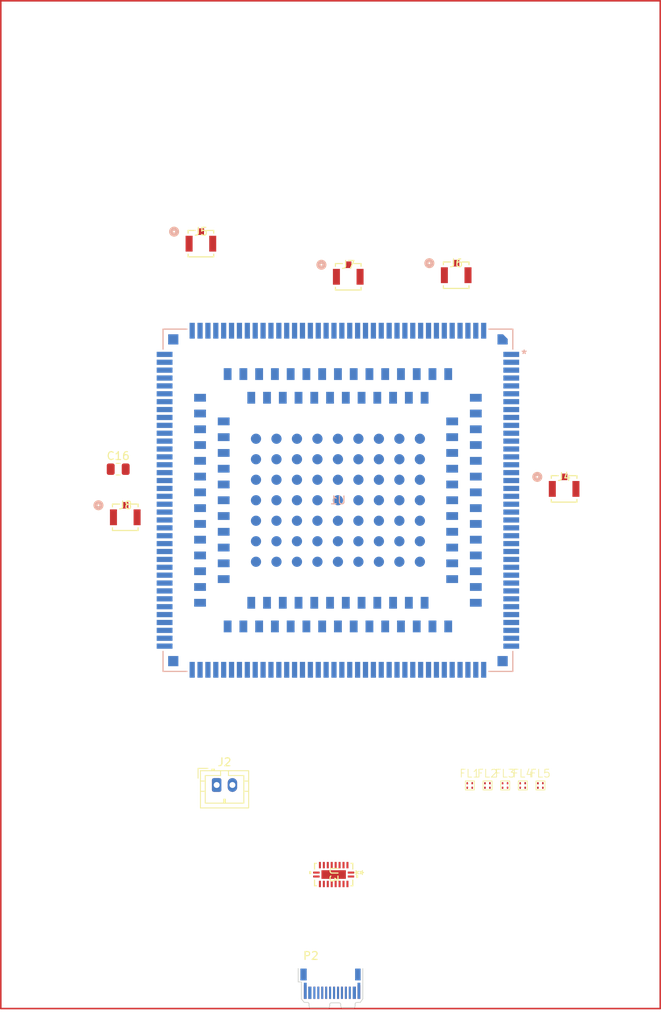
<source format=kicad_pcb>
(kicad_pcb (version 20221018) (generator pcbnew)
  (title_block (title "FusionX") (date "2023-08-17") (rev "1") (company "NoahGWood") (comment 1 "License: The Unlicense") (comment 2 "twitch.tv/u/noahgwood") (comment 3 "Developed Live On:") (comment 4 "SC600Y Based Smartphone"))
  (layers (0 "F.Cu" signal) (31 "B.Cu" signal) (34 "B.Paste" user) (35 "F.Paste" user) (36 "B.SilkS" user "B.Silkscreen") (37 "F.SilkS" user "F.Silkscreen") (38 "B.Mask" user) (39 "F.Mask" user) (44 "Edge.Cuts" user))
  (net 0 "")
  (net 1 "Net-(C11-Pad1)")
  (net 2 "Net-(C16-Pad2)")
  (net 3 "DSI1_LN3_P")
  (net 4 "Net-(J3-Pin_17)")
  (net 5 "DSI1_LN3_N")
  (net 6 "Net-(J3-Pin_18)")
  (net 7 "DSI1_LN2_P")
  (net 8 "Net-(J3-Pin_20)")
  (net 9 "DSI1_LN2_N")
  (net 10 "Net-(J3-Pin_21)")
  (net 11 "DSI1_LN1_P")
  (net 12 "Net-(J3-Pin_23)")
  (net 13 "DSI1_LN1_N")
  (net 14 "Net-(J3-Pin_24)")
  (net 15 "DSI1_LN0_P")
  (net 16 "Net-(J3-Pin_26)")
  (net 17 "DSI1_LN0_N")
  (net 18 "Net-(J3-Pin_27)")
  (net 19 "DSI1_CLK_P")
  (net 20 "Net-(J3-Pin_29)")
  (net 21 "DSI1_CLK_N")
  (net 22 "Net-(J3-Pin_30)")
  (net 23 "Net-(D1-A)")
  (net 24 "-BATT")
  (net 25 "Net-(C6-Pad1)")
  (net 26 "Net-(C9-Pad1)")
  (net 27 "Net-(C13-Pad1)")
  (net 28 "Net-(C15-Pad1)")
  (net 29 "Net-(P2-TX1+)")
  (net 30 "Net-(P2-TX1-)")
  (net 31 "VBUS")
  (net 32 "USB_CC1")
  (net 33 "USB_DP")
  (net 34 "USB_DM")
  (net 36 "Net-(P2-RX2-)")
  (net 37 "Net-(P2-RX2+)")
  (net 38 "Net-(P2-TX2+)")
  (net 39 "Net-(P2-TX2-)")
  (net 40 "USB_CC2")
  (net 42 "Net-(P2-RX1-)")
  (net 43 "Net-(P2-RX1+)")
  (net 50 "LDO5_1P8")
  (net 51 "LDO6_1P8")
  (net 52 "LDO10_2P8")
  (net 53 "LDO17_2P85")
  (net 54 "LDO2_1P1")
  (net 55 "LDO22_2P8")
  (net 56 "LDO23_1P2")
  (net 57 "VRTC")
  (net 59 "ANT_MAIN")
  (net 66 "VBAT")
  (net 67 "BAT_THERM")
  (net 68 "USB_ID")
  (net 138 "DSI0_CLK_P")
  (net 139 "DSI0_CLK_N")
  (net 140 "DSI0_LN0_P")
  (net 141 "DSI0_LN0_N")
  (net 142 "DSI0_LN1_P")
  (net 143 "DSI0_LN1_N")
  (net 144 "DSI0_LN2_P")
  (net 145 "DSI0_LN2_N")
  (net 146 "DSI0_LN3_P")
  (net 147 "DSI0_LN3_N")
  (net 150 "ANT_WIFI")
  (net 153 "ANT_GNSS")
  (net 158 "TPO_I2C_SCL")
  (net 166 "ANT_DRX")
  (net 173 "TPO_I2C_SDA")
  (net 187 "USB_SS_RX_P")
  (net 188 "USB_SS_RX_M")
  (net 189 "USB_SS_TX_P")
  (net 190 "USB_SS_TX_M")
  (net 204 "USB_SS_ON")
  (net 205 "USB_OTG_ON")
  (net 209 "USB_SS_SEL")
  (net 240 "ANT_FM")
  (net 247 "USB_OPT")
  (net 260 "+3.3V")
  (net 261 "Net-(Q1-C)")
  (footprint "Connector_USB:USB_C_Plug_JAE_DX07P024AJ1" (layer "F.Cu") (at 121.15 151.0525)
    (fp_text reference "P2" (at -2.6925 -3.54) (layer "F.SilkS"))
    (fp_text value "USB_C_Plug")
    (fp_line (start -4.3 -1.93) (end -4.3 -0.2275) (stroke (width 0.1)) (layer "Edge.Cuts"))
    (fp_line (start -4.3 -0.2275) (end -3.9 -0.2275) (stroke (width 0.1)) (layer "Edge.Cuts"))
    (fp_line (start -3.9 1.9225) (end -3.9 -0.2275) (stroke (width 0.1)) (layer "Edge.Cuts"))
    (fp_line (start -3.53 2.3725) (end -3.9 1.9225) (stroke (width 0.1)) (layer "Edge.Cuts"))
    (fp_line (start -3.125 2.3725) (end -3.53 2.3725) (stroke (width 0.1)) (layer "Edge.Cuts"))
    (fp_line (start -2.925 2.8225) (end -2.925 2.5725) (stroke (width 0.1)) (layer "Edge.Cuts"))
    (fp_line (start -0.5 3.0225) (end -2.725 3.0225) (stroke (width 0.1)) (layer "Edge.Cuts"))
    (fp_line (start -0.3 2.6225) (end -0.3 2.8225) (stroke (width 0.1)) (layer "Edge.Cuts"))
    (fp_line (start -0.1 2.4225) (end 0.9 2.4225) (stroke (width 0.1)) (layer "Edge.Cuts"))
    (fp_line (start 1.1 2.8225) (end 1.1 2.6225) (stroke (width 0.1)) (layer "Edge.Cuts"))
    (fp_line (start 1.3 3.0225) (end 2.725 3.0225) (stroke (width 0.1)) (layer "Edge.Cuts"))
    (fp_line (start 2.925 2.8225) (end 2.925 2.5725) (stroke (width 0.1)) (layer "Edge.Cuts"))
    (fp_line (start 3.125 2.3725) (end 3.575 2.3725) (stroke (width 0.1)) (layer "Edge.Cuts"))
    (fp_line (start 3.575 2.3725) (end 3.9 1.9225) (stroke (width 0.1)) (layer "Edge.Cuts"))
    (fp_line (start 3.9 1.9225) (end 3.9 -1.9175) (stroke (width 0.1)) (layer "Edge.Cuts"))
    (fp_arc (start -3.125 2.3725) (mid -2.983579 2.431079) (end -2.925 2.5725) (stroke (width 0.1)) (layer "Edge.Cuts"))
    (fp_arc (start -2.725 3.0225) (mid -2.866421 2.963921) (end -2.925 2.8225) (stroke (width 0.1)) (layer "Edge.Cuts"))
    (fp_arc (start -0.3 2.6225) (mid -0.241421 2.481079) (end -0.1 2.4225) (stroke (width 0.1)) (layer "Edge.Cuts"))
    (fp_arc (start -0.3 2.8225) (mid -0.358579 2.963921) (end -0.5 3.0225) (stroke (width 0.1)) (layer "Edge.Cuts"))
    (fp_arc (start 0.9 2.4225) (mid 1.041421 2.481079) (end 1.1 2.6225) (stroke (width 0.1)) (layer "Edge.Cuts"))
    (fp_arc (start 1.3 3.0225) (mid 1.158579 2.963921) (end 1.1 2.8225) (stroke (width 0.1)) (layer "Edge.Cuts"))
    (fp_arc (start 2.925 2.5725) (mid 2.983579 2.431079) (end 3.125 2.3725) (stroke (width 0.1)) (layer "Edge.Cuts"))
    (fp_arc (start 2.925 2.8225) (mid 2.866421 2.963921) (end 2.725 3.0225) (stroke (width 0.1)) (layer "Edge.Cuts"))
    (pad "" smd rect (at -3.405 1.0475) (size 0.36 1.75) (layers "F.Cu" "F.Mask"))
    (pad "" smd rect (at 3.405 1.0475) (size 0.36 1.75) (layers "F.Cu" "F.Mask"))
    (pad "A1" smd rect (at 2.825 1.1475) (size 0.41 1.55) (layers "F.Cu" "F.Paste" "F.Mask") (net 24 "-BATT"))
    (pad "A2" smd rect (at 2.25 1.1475) (size 0.26 1.55) (layers "F.Cu" "F.Paste" "F.Mask") (net 29 "Net-(P2-TX1+)"))
    (pad "A3" smd rect (at 1.75 1.1475) (size 0.26 1.55) (layers "F.Cu" "F.Paste" "F.Mask") (net 30 "Net-(P2-TX1-)"))
    (pad "A4" smd rect (at 1.25 1.1475) (size 0.26 1.55) (layers "F.Cu" "F.Paste" "F.Mask") (net 31 "VBUS"))
    (pad "A5" smd rect (at 0.75 1.1475) (size 0.26 1.55) (layers "F.Cu" "F.Paste" "F.Mask") (net 32 "USB_CC1"))
    (pad "A6" smd rect (at 0.25 1.1475 180) (size 0.26 1.55) (layers "F.Cu" "F.Paste" "F.Mask") (net 33 "USB_DP"))
    (pad "A7" smd rect (at -0.25 1.1475 180) (size 0.26 1.55) (layers "F.Cu" "F.Paste" "F.Mask") (net 34 "USB_DM"))
    (pad "A8" smd rect (at -0.75 1.1475) (size 0.26 1.55) (layers "F.Cu" "F.Paste" "F.Mask"))
    (pad "A9" smd rect (at -1.25 1.1475) (size 0.26 1.55) (layers "F.Cu" "F.Paste" "F.Mask") (net 31 "VBUS"))
    (pad "A10" smd rect (at -1.75 1.1475) (size 0.26 1.55) (layers "F.Cu" "F.Paste" "F.Mask") (net 36 "Net-(P2-RX2-)"))
    (pad "A11" smd rect (at -2.25 1.1475) (size 0.26 1.55) (layers "F.Cu" "F.Paste" "F.Mask") (net 37 "Net-(P2-RX2+)"))
    (pad "A12" smd rect (at -2.825 1.1475) (size 0.41 1.55) (layers "F.Cu" "F.Paste" "F.Mask") (net 24 "-BATT"))
    (pad "B1" smd rect (at -2.825 1.1475) (size 0.41 1.55) (layers "B.Cu" "B.Paste" "B.Mask") (net 24 "-BATT"))
    (pad "B2" smd rect (at -2.25 1.1475) (size 0.26 1.55) (layers "B.Cu" "B.Paste" "B.Mask") (net 38 "Net-(P2-TX2+)"))
    (pad "B3" smd rect (at -1.75 1.1475) (size 0.26 1.55) (layers "B.Cu" "B.Paste" "B.Mask") (net 39 "Net-(P2-TX2-)"))
    (pad "B4" smd rect (at -1.25 1.1475) (size 0.26 1.55) (layers "B.Cu" "B.Paste" "B.Mask") (net 31 "VBUS"))
    (pad "B5" smd rect (at -0.75 1.1475) (size 0.26 1.55) (layers "B.Cu" "B.Paste" "B.Mask") (net 40 "USB_CC2"))
    (pad "B6" smd rect (at -0.25 1.1475 180) (size 0.26 1.55) (layers "B.Cu" "B.Paste" "B.Mask"))
    (pad "B7" smd rect (at 0.25 1.1475) (size 0.26 1.55) (layers "B.Cu" "B.Paste" "B.Mask"))
    (pad "B8" smd rect (at 0.75 1.1475) (size 0.26 1.55) (layers "B.Cu" "B.Paste" "B.Mask"))
    (pad "B9" smd rect (at 1.25 1.1475) (size 0.26 1.55) (layers "B.Cu" "B.Paste" "B.Mask") (net 31 "VBUS"))
    (pad "B10" smd rect (at 1.75 1.1475) (size 0.26 1.55) (layers "B.Cu" "B.Paste" "B.Mask") (net 42 "Net-(P2-RX1-)"))
    (pad "B11" smd rect (at 2.25 1.1475) (size 0.26 1.55) (layers "B.Cu" "B.Paste" "B.Mask") (net 43 "Net-(P2-RX1+)"))
    (pad "B12" smd rect (at 2.825 1.1475) (size 0.41 1.55) (layers "B.Cu" "B.Paste" "B.Mask") (net 24 "-BATT"))
    (pad "S1" smd rect (at -3.625 -1.1725) (size 0.8 1.5) (layers "B.Cu" "B.Paste" "B.Mask") (net 24 "-BATT"))
    (pad "S1" smd rect (at -3.405 0.8975) (size 0.36 2.05) (layers "B.Cu" "B.Paste" "B.Mask") (net 24 "-BATT"))
    (pad "S1" smd rect (at 3.27 -1.1725 180) (size 0.7 1.5) (layers "B.Cu" "B.Paste" "B.Mask") (net 24 "-BATT"))
    (pad "S1" smd rect (at 3.405 0.8975) (size 0.36 2.05) (layers "B.Cu" "B.Paste" "B.Mask") (net 24 "-BATT"))
  )
  (footprint "Phone:CONN_U.FL-R-SMT-110_HIR" (layer "F.Cu") (at 150.6 88.299399)
    (fp_text reference "J4" (at 0 -1.5244 unlocked) (layer "F.SilkS"))
    (fp_text value "Main")
    (pad "1" smd rect (at 0 -1.5244) (size 0.8128 0.8382) (layers "F.Cu" "F.Paste" "F.Mask") (net 25 "Net-(C6-Pad1)"))
    (pad "2" smd rect (at -1.5 0.000601) (size 0.889 2.0066) (layers "F.Cu" "F.Paste" "F.Mask"))
    (pad "3" smd rect (at 1.5 0.000601) (size 0.889 2.0066) (layers "F.Cu" "F.Paste" "F.Mask"))
  )
  (footprint "Phone:DLP0SN900HL2L" (layer "F.Cu") (at 138.62 125.89)
    (fp_text reference "FL1" (at 0 -1.5 unlocked) (layer "F.SilkS") (effects (font (thickness 0.1))))
    (fp_text value "C167454")
    (pad "1" smd rect (at -0.31 -0.26) (size 0.2 0.27) (layers "F.Cu" "F.Paste" "F.Mask") (net 3 "DSI1_LN3_P"))
    (pad "2" smd rect (at 0.32 -0.27) (size 0.2 0.27) (layers "F.Cu" "F.Paste" "F.Mask") (net 4 "Net-(J3-Pin_17)"))
    (pad "3" smd rect (at 0.32 0.31) (size 0.2 0.27) (layers "F.Cu" "F.Paste" "F.Mask") (net 5 "DSI1_LN3_N"))
    (pad "4" smd rect (at -0.31 0.31) (size 0.2 0.27) (layers "F.Cu" "F.Paste" "F.Mask") (net 6 "Net-(J3-Pin_18)"))
  )
  (footprint "Phone:CONN_U.FL-R-SMT-110_HIR" (layer "F.Cu") (at 94.9 91.9)
    (fp_text reference "J8" (at 0 -1.5244 unlocked) (layer "F.SilkS"))
    (fp_text value "GPS")
    (pad "1" smd rect (at 0 -1.5244) (size 0.8128 0.8382) (layers "F.Cu" "F.Paste" "F.Mask") (net 2 "Net-(C16-Pad2)"))
    (pad "2" smd rect (at -1.5 0.000601) (size 0.889 2.0066) (layers "F.Cu" "F.Paste" "F.Mask"))
    (pad "3" smd rect (at 1.5 0.000601) (size 0.889 2.0066) (layers "F.Cu" "F.Paste" "F.Mask"))
  )
  (footprint "Connector_JST:JST_PH_B2B-PH-K_1x02_P2.00mm_Vertical" (layer "F.Cu") (at 106.5 125.85)
    (fp_text reference "J2" (at 1 -2.9) (layer "F.SilkS"))
    (fp_text value "BAT")
    (pad "1" thru_hole roundrect (at 0 0) (size 1.2 1.75) (drill 0.75) (layers "*.Cu" "*.Mask") (roundrect_rratio 0.208333) (net 23 "Net-(D1-A)"))
    (pad "2" thru_hole oval (at 2 0) (size 1.2 1.75) (drill 0.75) (layers "*.Cu" "*.Mask") (net 24 "-BATT"))
  )
  (footprint "Phone:20TQFN-ZB_PI3USB302-A_DIO" (layer "F.Cu") (at 121.35 137.2062 -90)
    (fp_text reference "U3" (at 0 0 -90 unlocked) (layer "F.SilkS"))
    (fp_text value "PI3USB302-AZBEX")
    (fp_text user "*" (at -0.25 -3.2385 -90 unlocked) (layer "F.SilkS"))
    (fp_text user "*" (at -0.25 -3.2385 90) (layer "F.SilkS"))
    (pad "1" smd rect (at -0.25 -2.1971 270) (size 0.254 0.8128) (layers "F.Cu" "F.Paste" "F.Mask") (net 260 "+3.3V"))
    (pad "2" smd rect (at -1.1938 -1.749999) (size 0.254 0.8128) (layers "F.Cu" "F.Paste" "F.Mask") (net 261 "Net-(Q1-C)"))
    (pad "3" smd rect (at -1.1938 -1.25) (size 0.254 0.8128) (layers "F.Cu" "F.Paste" "F.Mask") (net 189 "USB_SS_TX_P"))
    (pad "4" smd rect (at -1.1938 -0.750001) (size 0.254 0.8128) (layers "F.Cu" "F.Paste" "F.Mask") (net 190 "USB_SS_TX_M"))
    (pad "5" smd rect (at -1.1938 -0.25) (size 0.254 0.8128) (layers "F.Cu" "F.Paste" "F.Mask") (net 24 "-BATT"))
    (pad "6" smd rect (at -1.1938 0.25) (size 0.254 0.8128) (layers "F.Cu" "F.Paste" "F.Mask") (net 260 "+3.3V"))
    (pad "7" smd rect (at -1.1938 0.750001) (size 0.254 0.8128) (layers "F.Cu" "F.Paste" "F.Mask") (net 187 "USB_SS_RX_P"))
    (pad "8" smd rect (at -1.1938 1.25) (size 0.254 0.8128) (layers "F.Cu" "F.Paste" "F.Mask") (net 188 "USB_SS_RX_M"))
    (pad "9" smd rect (at -1.1938 1.749999) (size 0.254 0.8128) (layers "F.Cu" "F.Paste" "F.Mask") (net 209 "USB_SS_SEL"))
    (pad "10" smd rect (at -0.25 2.1971 270) (size 0.254 0.8128) (layers "F.Cu" "F.Paste" "F.Mask") (net 260 "+3.3V"))
    (pad "11" smd rect (at 0.25 2.1971 270) (size 0.254 0.8128) (layers "F.Cu" "F.Paste" "F.Mask") (net 24 "-BATT"))
    (pad "12" smd rect (at 1.1938 1.749999) (size 0.254 0.8128) (layers "F.Cu" "F.Paste" "F.Mask") (net 36 "Net-(P2-RX2-)"))
    (pad "13" smd rect (at 1.1938 1.25) (size 0.254 0.8128) (layers "F.Cu" "F.Paste" "F.Mask") (net 37 "Net-(P2-RX2+)"))
    (pad "14" smd rect (at 1.1938 0.750001) (size 0.254 0.8128) (layers "F.Cu" "F.Paste" "F.Mask") (net 39 "Net-(P2-TX2-)"))
    (pad "15" smd rect (at 1.1938 0.25) (size 0.254 0.8128) (layers "F.Cu" "F.Paste" "F.Mask") (net 38 "Net-(P2-TX2+)"))
    (pad "16" smd rect (at 1.1938 -0.25) (size 0.254 0.8128) (layers "F.Cu" "F.Paste" "F.Mask") (net 42 "Net-(P2-RX1-)"))
    (pad "17" smd rect (at 1.1938 -0.750001) (size 0.254 0.8128) (layers "F.Cu" "F.Paste" "F.Mask") (net 43 "Net-(P2-RX1+)"))
    (pad "18" smd rect (at 1.1938 -1.25) (size 0.254 0.8128) (layers "F.Cu" "F.Paste" "F.Mask") (net 30 "Net-(P2-TX1-)"))
    (pad "19" smd rect (at 1.1938 -1.749999) (size 0.254 0.8128) (layers "F.Cu" "F.Paste" "F.Mask") (net 29 "Net-(P2-TX1+)"))
    (pad "20" smd rect (at 0.25 -2.1971 270) (size 0.254 0.8128) (layers "F.Cu" "F.Paste" "F.Mask") (net 24 "-BATT"))
    (pad "21" smd rect (at 0 0 270) (size 1.0922 3.0988) (layers "F.Cu" "F.Paste" "F.Mask") (net 24 "-BATT"))
  )
  (footprint "Phone:DLP0SN900HL2L" (layer "F.Cu") (at 143.1 125.89)
    (fp_text reference "FL3" (at 0 -1.5 unlocked) (layer "F.SilkS") (effects (font (thickness 0.1))))
    (fp_text value "C167454")
    (pad "1" smd rect (at -0.31 -0.26) (size 0.2 0.27) (layers "F.Cu" "F.Paste" "F.Mask") (net 11 "DSI1_LN1_P"))
    (pad "2" smd rect (at 0.32 -0.27) (size 0.2 0.27) (layers "F.Cu" "F.Paste" "F.Mask") (net 12 "Net-(J3-Pin_23)"))
    (pad "3" smd rect (at 0.32 0.31) (size 0.2 0.27) (layers "F.Cu" "F.Paste" "F.Mask") (net 13 "DSI1_LN1_N"))
    (pad "4" smd rect (at -0.31 0.31) (size 0.2 0.27) (layers "F.Cu" "F.Paste" "F.Mask") (net 14 "Net-(J3-Pin_24)"))
  )
  (footprint "Phone:DLP0SN900HL2L" (layer "F.Cu") (at 147.58 125.89)
    (fp_text reference "FL5" (at 0 -1.5 unlocked) (layer "F.SilkS") (effects (font (thickness 0.1))))
    (fp_text value "C167454")
    (pad "1" smd rect (at -0.31 -0.26) (size 0.2 0.27) (layers "F.Cu" "F.Paste" "F.Mask") (net 19 "DSI1_CLK_P"))
    (pad "2" smd rect (at 0.32 -0.27) (size 0.2 0.27) (layers "F.Cu" "F.Paste" "F.Mask") (net 20 "Net-(J3-Pin_29)"))
    (pad "3" smd rect (at 0.32 0.31) (size 0.2 0.27) (layers "F.Cu" "F.Paste" "F.Mask") (net 21 "DSI1_CLK_N"))
    (pad "4" smd rect (at -0.31 0.31) (size 0.2 0.27) (layers "F.Cu" "F.Paste" "F.Mask") (net 22 "Net-(J3-Pin_30)"))
  )
  (footprint "Capacitor_SMD:C_0805_2012Metric" (layer "F.Cu") (at 94 85.8)
    (fp_text reference "C16" (at 0 -1.68) (layer "F.SilkS"))
    (fp_text value "100pF")
    (pad "1" smd roundrect (at -0.95 0) (size 1 1.45) (layers "F.Cu" "F.Paste" "F.Mask") (net 1 "Net-(C11-Pad1)"))
    (pad "2" smd roundrect (at 0.95 0) (size 1 1.45) (layers "F.Cu" "F.Paste" "F.Mask") (net 2 "Net-(C16-Pad2)"))
  )
  (footprint "Phone:DLP0SN900HL2L" (layer "F.Cu") (at 145.34 125.89)
    (fp_text reference "FL4" (at 0 -1.5 unlocked) (layer "F.SilkS") (effects (font (thickness 0.1))))
    (fp_text value "C167454")
    (pad "1" smd rect (at -0.31 -0.26) (size 0.2 0.27) (layers "F.Cu" "F.Paste" "F.Mask") (net 15 "DSI1_LN0_P"))
    (pad "2" smd rect (at 0.32 -0.27) (size 0.2 0.27) (layers "F.Cu" "F.Paste" "F.Mask") (net 16 "Net-(J3-Pin_26)"))
    (pad "3" smd rect (at 0.32 0.31) (size 0.2 0.27) (layers "F.Cu" "F.Paste" "F.Mask") (net 17 "DSI1_LN0_N"))
    (pad "4" smd rect (at -0.31 0.31) (size 0.2 0.27) (layers "F.Cu" "F.Paste" "F.Mask") (net 18 "Net-(J3-Pin_27)"))
  )
  (footprint "Phone:CONN_U.FL-R-SMT-110_HIR" (layer "F.Cu") (at 123.2 61.399399)
    (fp_text reference "J7" (at 0 -1.5244 unlocked) (layer "F.SilkS"))
    (fp_text value "FM")
    (pad "1" smd rect (at 0 -1.5244) (size 0.8128 0.8382) (layers "F.Cu" "F.Paste" "F.Mask") (net 28 "Net-(C15-Pad1)"))
    (pad "2" smd rect (at -1.5 0.000601) (size 0.889 2.0066) (layers "F.Cu" "F.Paste" "F.Mask"))
    (pad "3" smd rect (at 1.5 0.000601) (size 0.889 2.0066) (layers "F.Cu" "F.Paste" "F.Mask"))
  )
  (footprint "Phone:CONN_U.FL-R-SMT-110_HIR" (layer "F.Cu") (at 136.9 61.199399)
    (fp_text reference "J6" (at 0 -1.5244 unlocked) (layer "F.SilkS"))
    (fp_text value "WIFI")
    (pad "1" smd rect (at 0 -1.5244) (size 0.8128 0.8382) (layers "F.Cu" "F.Paste" "F.Mask") (net 27 "Net-(C13-Pad1)"))
    (pad "2" smd rect (at -1.5 0.000601) (size 0.889 2.0066) (layers "F.Cu" "F.Paste" "F.Mask"))
    (pad "3" smd rect (at 1.5 0.000601) (size 0.889 2.0066) (layers "F.Cu" "F.Paste" "F.Mask"))
  )
  (footprint "Phone:DLP0SN900HL2L" (layer "F.Cu") (at 140.86 125.89)
    (fp_text reference "FL2" (at 0 -1.5 unlocked) (layer "F.SilkS") (effects (font (thickness 0.1))))
    (fp_text value "C167454")
    (pad "1" smd rect (at -0.31 -0.26) (size 0.2 0.27) (layers "F.Cu" "F.Paste" "F.Mask") (net 7 "DSI1_LN2_P"))
    (pad "2" smd rect (at 0.32 -0.27) (size 0.2 0.27) (layers "F.Cu" "F.Paste" "F.Mask") (net 8 "Net-(J3-Pin_20)"))
    (pad "3" smd rect (at 0.32 0.31) (size 0.2 0.27) (layers "F.Cu" "F.Paste" "F.Mask") (net 9 "DSI1_LN2_N"))
    (pad "4" smd rect (at -0.31 0.31) (size 0.2 0.27) (layers "F.Cu" "F.Paste" "F.Mask") (net 10 "Net-(J3-Pin_21)"))
  )
  (footprint "Phone:CONN_U.FL-R-SMT-110_HIR" (layer "F.Cu") (at 104.5 57.199399)
    (fp_text reference "J5" (at 0 -1.5244 unlocked) (layer "F.SilkS"))
    (fp_text value "DRX")
    (pad "1" smd rect (at 0 -1.5244) (size 0.8128 0.8382) (layers "F.Cu" "F.Paste" "F.Mask") (net 26 "Net-(C9-Pad1)"))
    (pad "2" smd rect (at -1.5 0.000601) (size 0.889 2.0066) (layers "F.Cu" "F.Paste" "F.Mask"))
    (pad "3" smd rect (at 1.5 0.000601) (size 0.889 2.0066) (layers "F.Cu" "F.Paste" "F.Mask"))
  )
  (footprint "Phone:SC600Y-SC600T_QWS" (layer "B.Cu") (at 121.890497 89.739435 180)
    (fp_text reference "U1" (at 0 0 unlocked) (layer "B.SilkS") (effects (justify mirror)))
    (fp_text value "SC600YNAPA-E53-UGADA")
    (fp_text user "*" (at -23.638294 18.500001) (layer "B.SilkS") (effects (justify mirror)))
    (fp_text user "*" (at -23.638294 18.500001 unlocked) (layer "B.SilkS") (effects (justify mirror)))
    (fp_poly (pts (xy -20.252436 21.04771) (xy -20.252436 19.75231) (xy -21.547836 19.75231) (xy -21.547836 20.45231) (xy -20.952436 21.04771)) (fill solid) (layer "B.Cu"))
    (pad "1" smd rect (at -21.999994 18.500001 180) (size 2.0066 0.6604) (layers "B.Cu" "B.Paste" "B.Mask"))
    (pad "2" smd rect (at -21.999994 17.500001 180) (size 2.0066 0.6604) (layers "B.Cu" "B.Paste" "B.Mask"))
    (pad "3" smd rect (at -21.999994 16.5 180) (size 2.0066 0.6604) (layers "B.Cu" "B.Paste" "B.Mask") (net 24 "-BATT"))
    (pad "4" smd rect (at -21.999994 15.499999 180) (size 2.0066 0.6604) (layers "B.Cu" "B.Paste" "B.Mask") (net 24 "-BATT"))
    (pad "5" smd rect (at -21.999994 14.499999 180) (size 2.0066 0.6604) (layers "B.Cu" "B.Paste" "B.Mask"))
    (pad "6" smd rect (at -21.999994 13.500001 180) (size 2.0066 0.6604) (layers "B.Cu" "B.Paste" "B.Mask"))
    (pad "7" smd rect (at -21.999994 12.5 180) (size 2.0066 0.6604) (layers "B.Cu" "B.Paste" "B.Mask"))
    (pad "8" smd rect (at -21.999994 11.5 180) (size 2.0066 0.6604) (layers "B.Cu" "B.Paste" "B.Mask"))
    (pad "9" smd rect (at -21.999994 10.499999 180) (size 2.0066 0.6604) (layers "B.Cu" "B.Paste" "B.Mask") (net 50 "LDO5_1P8"))
    (pad "10" smd rect (at -21.999994 9.499999 180) (size 2.0066 0.6604) (layers "B.Cu" "B.Paste" "B.Mask") (net 51 "LDO6_1P8"))
    (pad "11" smd rect (at -21.999994 8.500001 180) (size 2.0066 0.6604) (layers "B.Cu" "B.Paste" "B.Mask") (net 52 "LDO10_2P8"))
    (pad "12" smd rect (at -21.999994 7.5 180) (size 2.0066 0.6604) (layers "B.Cu" "B.Paste" "B.Mask") (net 53 "LDO17_2P85"))
    (pad "13" smd rect (at -21.999994 6.5 180) (size 2.0066 0.6604) (layers "B.Cu" "B.Paste" "B.Mask") (net 54 "LDO2_1P1"))
    (pad "14" smd rect (at -21.999994 5.499999 180) (size 2.0066 0.6604) (layers "B.Cu" "B.Paste" "B.Mask") (net 55 "LDO22_2P8"))
    (pad "15" smd rect (at -21.999994 4.500001 180) (size 2.0066 0.6604) (layers "B.Cu" "B.Paste" "B.Mask") (net 56 "LDO23_1P2"))
    (pad "16" smd rect (at -21.999994 3.500001 180) (size 2.0066 0.6604) (layers "B.Cu" "B.Paste" "B.Mask") (net 57 "VRTC"))
    (pad "17" smd rect (at -21.999994 2.5 180) (size 2.0066 0.6604) (layers "B.Cu" "B.Paste" "B.Mask"))
    (pad "18" smd rect (at -21.999994 1.5 180) (size 2.0066 0.6604) (layers "B.Cu" "B.Paste" "B.Mask") (net 24 "-BATT"))
    (pad "19" smd rect (at -21.999994 0.499999 180) (size 2.0066 0.6604) (layers "B.Cu" "B.Paste" "B.Mask") (net 59 "ANT_MAIN"))
    (pad "20" smd rect (at -21.999994 -0.499999 180) (size 2.0066 0.6604) (layers "B.Cu" "B.Paste" "B.Mask") (net 24 "-BATT"))
    (pad "21" smd rect (at -21.999994 -1.5 180) (size 2.0066 0.6604) (layers "B.Cu" "B.Paste" "B.Mask"))
    (pad "22" smd rect (at -21.999994 -2.5 180) (size 2.0066 0.6604) (layers "B.Cu" "B.Paste" "B.Mask"))
    (pad "23" smd rect (at -21.999994 -3.500001 180) (size 2.0066 0.6604) (layers "B.Cu" "B.Paste" "B.Mask"))
    (pad "24" smd rect (at -21.999994 -4.500001 180) (size 2.0066 0.6604) (layers "B.Cu" "B.Paste" "B.Mask"))
    (pad "25" smd rect (at -21.999994 -5.499999 180) (size 2.0066 0.6604) (layers "B.Cu" "B.Paste" "B.Mask"))
    (pad "26" smd rect (at -21.999994 -6.5 180) (size 2.0066 0.6604) (layers "B.Cu" "B.Paste" "B.Mask"))
    (pad "27" smd rect (at -21.999994 -7.5 180) (size 2.0066 0.6604) (layers "B.Cu" "B.Paste" "B.Mask") (net 66 "VBAT"))
    (pad "28" smd rect (at -21.999994 -8.500001 180) (size 2.0066 0.6604) (layers "B.Cu" "B.Paste" "B.Mask") (net 24 "-BATT"))
    (pad "29" smd rect (at -21.999994 -9.500001 180) (size 2.0066 0.6604) (layers "B.Cu" "B.Paste" "B.Mask") (net 67 "BAT_THERM"))
    (pad "30" smd rect (at -21.999994 -10.499999 180) (size 2.0066 0.6604) (layers "B.Cu" "B.Paste" "B.Mask") (net 68 "USB_ID"))
    (pad "31" smd rect (at -21.999994 -11.5 180) (size 2.0066 0.6604) (layers "B.Cu" "B.Paste" "B.Mask") (net 24 "-BATT"))
    (pad "32" smd rect (at -21.999994 -12.5 180) (size 2.0066 0.6604) (layers "B.Cu" "B.Paste" "B.Mask") (net 33 "USB_DP"))
    (pad "33" smd rect (at -21.999994 -13.500001 180) (size 2.0066 0.6604) (layers "B.Cu" "B.Paste" "B.Mask") (net 34 "USB_DM"))
    (pad "34" smd rect (at -21.999994 -14.499999 180) (size 2.0066 0.6604) (layers "B.Cu" "B.Paste" "B.Mask") (net 24 "-BATT"))
    (pad "35" smd rect (at -21.999994 -15.499999 180) (size 2.0066 0.6604) (layers "B.Cu" "B.Paste" "B.Mask") (net 24 "-BATT"))
    (pad "36" smd rect (at -21.999994 -16.5 180) (size 2.0066 0.6604) (layers "B.Cu" "B.Paste" "B.Mask") (net 66 "VBAT"))
    (pad "37" smd rect (at -21.999994 -17.500001 180) (size 2.0066 0.6604) (layers "B.Cu" "B.Paste" "B.Mask") (net 66 "VBAT"))
    (pad "38" smd rect (at -21.999994 -18.500001 180) (size 2.0066 0.6604) (layers "B.Cu" "B.Paste" "B.Mask") (net 66 "VBAT"))
    (pad "39" smd rect (at -18.500001 -21.499995 90) (size 2.0066 0.6604) (layers "B.Cu" "B.Paste" "B.Mask"))
    (pad "40" smd rect (at -17.500001 -21.499995 90) (size 2.0066 0.6604) (layers "B.Cu" "B.Paste" "B.Mask") (net 24 "-BATT"))
    (pad "41" smd rect (at -16.5 -21.499995 90) (size 2.0066 0.6604) (layers "B.Cu" "B.Paste" "B.Mask"))
    (pad "42" smd rect (at -15.500002 -21.499995 90) (size 2.0066 0.6604) (layers "B.Cu" "B.Paste" "B.Mask"))
    (pad "43" smd rect (at -14.500001 -21.499995 90) (size 2.0066 0.6604) (layers "B.Cu" "B.Paste" "B.Mask") (net 24 "-BATT"))
    (pad "44" smd rect (at -13.500001 -21.499995 90) (size 2.0066 0.6604) (layers "B.Cu" "B.Paste" "B.Mask"))
    (pad "45" smd rect (at -12.5 -21.499995 90) (size 2.0066 0.6604) (layers "B.Cu" "B.Paste" "B.Mask"))
    (pad "46" smd rect (at -11.5 -21.499995 90) (size 2.0066 0.6604) (layers "B.Cu" "B.Paste" "B.Mask"))
    (pad "47" smd rect (at -10.500002 -21.499995 90) (size 2.0066 0.6604) (layers "B.Cu" "B.Paste" "B.Mask") (net 24 "-BATT"))
    (pad "48" smd rect (at -9.500001 -21.499995 90) (size 2.0066 0.6604) (layers "B.Cu" "B.Paste" "B.Mask"))
    (pad "49" smd rect (at -8.500001 -21.499995 90) (size 2.0066 0.6604) (layers "B.Cu" "B.Paste" "B.Mask"))
    (pad "50" smd rect (at -7.5 -21.499995 90) (size 2.0066 0.6604) (layers "B.Cu" "B.Paste" "B.Mask"))
    (pad "51" smd rect (at -6.5 -21.499995 90) (size 2.0066 0.6604) (layers "B.Cu" "B.Paste" "B.Mask"))
    (pad "52" smd rect (at -5.500002 -21.499995 90) (size 2.0066 0.6604) (layers "B.Cu" "B.Paste" "B.Mask"))
    (pad "53" smd rect (at -4.500001 -21.499995 90) (size 2.0066 0.6604) (layers "B.Cu" "B.Paste" "B.Mask"))
    (pad "54" smd rect (at -3.500001 -21.499995 90) (size 2.0066 0.6604) (layers "B.Cu" "B.Paste" "B.Mask"))
    (pad "55" smd rect (at -2.5 -21.499995 90) (size 2.0066 0.6604) (layers "B.Cu" "B.Paste" "B.Mask"))
    (pad "56" smd rect (at -1.500002 -21.499995 90) (size 2.0066 0.6604) (layers "B.Cu" "B.Paste" "B.Mask") (net 24 "-BATT"))
    (pad "57" smd rect (at -0.500002 -21.499995 90) (size 2.0066 0.6604) (layers "B.Cu" "B.Paste" "B.Mask"))
    (pad "58" smd rect (at 0.499999 -21.499995 90) (size 2.0066 0.6604) (layers "B.Cu" "B.Paste" "B.Mask"))
    (pad "59" smd rect (at 1.5 -21.499995 90) (size 2.0066 0.6604) (layers "B.Cu" "B.Paste" "B.Mask"))
    (pad "60" smd rect (at 2.5 -21.499995 90) (size 2.0066 0.6604) (layers "B.Cu" "B.Paste" "B.Mask"))
    (pad "61" smd rect (at 3.499998 -21.499995 90) (size 2.0066 0.6604) (layers "B.Cu" "B.Paste" "B.Mask"))
    (pad "62" smd rect (at 4.499999 -21.499995 90) (size 2.0066 0.6604) (layers "B.Cu" "B.Paste" "B.Mask") (net 24 "-BATT"))
    (pad "63" smd rect (at 5.499999 -21.499995 90) (size 2.0066 0.6604) (layers "B.Cu" "B.Paste" "B.Mask"))
    (pad "64" smd rect (at 6.5 -21.499995 90) (size 2.0066 0.6604) (layers "B.Cu" "B.Paste" "B.Mask"))
    (pad "65" smd rect (at 7.5 -21.499995 90) (size 2.0066 0.6604) (layers "B.Cu" "B.Paste" "B.Mask"))
    (pad "66" smd rect (at 8.499998 -21.499995 90) (size 2.0066 0.6604) (layers "B.Cu" "B.Paste" "B.Mask"))
    (pad "67" smd rect (at 9.499999 -21.499995 90) (size 2.0066 0.6604) (layers "B.Cu" "B.Paste" "B.Mask"))
    (pad "68" smd rect (at 10.499999 -21.499995 90) (size 2.0066 0.6604) (layers "B.Cu" "B.Paste" "B.Mask"))
    (pad "69" smd rect (at 11.5 -21.499995 90) (size 2.0066 0.6604) (layers "B.Cu" "B.Paste" "B.Mask"))
    (pad "70" smd rect (at 12.5 -21.499995 90) (size 2.0066 0.6604) (layers "B.Cu" "B.Paste" "B.Mask"))
    (pad "71" smd rect (at 13.499998 -21.499995 90) (size 2.0066 0.6604) (layers "B.Cu" "B.Paste" "B.Mask"))
    (pad "72" smd rect (at 14.499999 -21.499995 90) (size 2.0066 0.6604) (layers "B.Cu" "B.Paste" "B.Mask"))
    (pad "73" smd rect (at 15.499999 -21.499995 90) (size 2.0066 0.6604) (layers "B.Cu" "B.Paste" "B.Mask"))
    (pad "74" smd rect (at 16.5 -21.499995 90) (size 2.0066 0.6604) (layers "B.Cu" "B.Paste" "B.Mask"))
    (pad "75" smd rect (at 17.499998 -21.499995 90) (size 2.0066 0.6604) (layers "B.Cu" "B.Paste" "B.Mask"))
    (pad "76" smd rect (at 18.499999 -21.499995 90) (size 2.0066 0.6604) (layers "B.Cu" "B.Paste" "B.Mask"))
    (pad "77" smd rect (at 21.999994 -18.500001 180) (size 2.0066 0.6604) (layers "B.Cu" "B.Paste" "B.Mask"))
    (pad "78" smd rect (at 21.999994 -17.500001 180) (size 2.0066 0.6604) (layers "B.Cu" "B.Paste" "B.Mask"))
    (pad "79" smd rect (at 21.999994 -16.5 180) (size 2.0066 0.6604) (layers "B.Cu" "B.Paste" "B.Mask"))
    (pad "80" smd rect (at 21.999994 -15.500002 180) (size 2.0066 0.6604) (layers "B.Cu" "B.Paste" "B.Mask"))
    (pad "81" smd rect (at 21.999994 -14.500001 180) (size 2.0066 0.6604) (layers "B.Cu" "B.Paste" "B.Mask"))
    (pad "82" smd rect (at 21.999994 -13.500001 180) (size 2.0066 0.6604) (layers "B.Cu" "B.Paste" "B.Mask"))
    (pad "83" smd rect (at 21.999994 -12.5 180) (size 2.0066 0.6604) (layers "B.Cu" "B.Paste" "B.Mask"))
    (pad "84" smd rect (at 21.999994 -11.5 180) (size 2.0066 0.6604) (layers "B.Cu" "B.Paste" "B.Mask"))
    (pad "85" smd rect (at 21.999994 -10.500002 180) (size 2.0066 0.6604) (layers "B.Cu" "B.Paste" "B.Mask"))
    (pad "86" smd rect (at 21.999994 -9.500001 180) (size 2.0066 0.6604) (layers "B.Cu" "B.Paste" "B.Mask"))
    (pad "87" smd rect (at 21.999994 -8.500001 180) (size 2.0066 0.6604) (layers "B.Cu" "B.Paste" "B.Mask") (net 24 "-BATT"))
    (pad "88" smd rect (at 21.999994 -7.5 180) (size 2.0066 0.6604) (layers "B.Cu" "B.Paste" "B.Mask"))
    (pad "89" smd rect (at 21.999994 -6.5 180) (size 2.0066 0.6604) (layers "B.Cu" "B.Paste" "B.Mask"))
    (pad "90" smd rect (at 21.999994 -5.500002 180) (size 2.0066 0.6604) (layers "B.Cu" "B.Paste" "B.Mask"))
    (pad "91" smd rect (at 21.999994 -4.500001 180) (size 2.0066 0.6604) (layers "B.Cu" "B.Paste" "B.Mask"))
    (pad "92" smd rect (at 21.999994 -3.500001 180) (size 2.0066 0.6604) (layers "B.Cu" "B.Paste" "B.Mask"))
    (pad "93" smd rect (at 21.999994 -2.5 180) (size 2.0066 0.6604) (layers "B.Cu" "B.Paste" "B.Mask"))
    (pad "94" smd rect (at 21.999994 -1.500002 180) (size 2.0066 0.6604) (layers "B.Cu" "B.Paste" "B.Mask"))
    (pad "95" smd rect (at 21.999994 -0.500002 180) (size 2.0066 0.6604) (layers "B.Cu" "B.Paste" "B.Mask"))
    (pad "96" smd rect (at 21.999994 0.499999 180) (size 2.0066 0.6604) (layers "B.Cu" "B.Paste" "B.Mask"))
    (pad "97" smd rect (at 21.999994 1.5 180) (size 2.0066 0.6604) (layers "B.Cu" "B.Paste" "B.Mask"))
    (pad "98" smd rect (at 21.999994 2.5 180) (size 2.0066 0.6604) (layers "B.Cu" "B.Paste" "B.Mask"))
    (pad "99" smd rect (at 21.999994 3.499998 180) (size 2.0066 0.6604) (layers "B.Cu" "B.Paste" "B.Mask"))
    (pad "100" smd rect (at 21.999994 4.499999 180) (size 2.0066 0.6604) (layers "B.Cu" "B.Paste" "B.Mask"))
    (pad "101" smd rect (at 21.999994 5.499999 180) (size 2.0066 0.6604) (layers "B.Cu" "B.Paste" "B.Mask"))
    (pad "102" smd rect (at 21.999994 6.5 180) (size 2.0066 0.6604) (layers "B.Cu" "B.Paste" "B.Mask"))
    (pad "103" smd rect (at 21.999994 7.5 180) (size 2.0066 0.6604) (layers "B.Cu" "B.Paste" "B.Mask"))
    (pad "104" smd rect (at 21.999994 8.499998 180) (size 2.0066 0.6604) (layers "B.Cu" "B.Paste" "B.Mask"))
    (pad "105" smd rect (at 21.999994 9.499999 180) (size 2.0066 0.6604) (layers "B.Cu" "B.Paste" "B.Mask"))
    (pad "106" smd rect (at 21.999994 10.499999 180) (size 2.0066 0.6604) (layers "B.Cu" "B.Paste" "B.Mask"))
    (pad "107" smd rect (at 21.999994 11.5 180) (size 2.0066 0.6604) (layers "B.Cu" "B.Paste" "B.Mask"))
    (pad "108" smd rect (at 21.999994 12.5 180) (size 2.0066 0.6604) (layers "B.Cu" "B.Paste" "B.Mask"))
    (pad "109" smd rect (at 21.999994 13.499998 180) (size 2.0066 0.6604) (layers "B.Cu" "B.Paste" "B.Mask"))
    (pad "110" smd rect (at 21.999994 14.499999 180) (size 2.0066 0.6604) (layers "B.Cu" "B.Paste" "B.Mask"))
    (pad "111" smd rect (at 21.999994 15.499999 180) (size 2.0066 0.6604) (layers "B.Cu" "B.Paste" "B.Mask"))
    (pad "112" smd rect (at 21.999994 16.5 180) (size 2.0066 0.6604) (layers "B.Cu" "B.Paste" "B.Mask") (net 24 "-BATT"))
    (pad "113" smd rect (at 21.999994 17.499998 180) (size 2.0066 0.6604) (layers "B.Cu" "B.Paste" "B.Mask"))
    (pad "114" smd rect (at 21.999994 18.499999 180) (size 2.0066 0.6604) (layers "B.Cu" "B.Paste" "B.Mask"))
    (pad "115" smd rect (at 18.500001 21.499995 90) (size 2.0066 0.6604) (layers "B.Cu" "B.Paste" "B.Mask") (net 138 "DSI0_CLK_P"))
    (pad "116" smd rect (at 17.500001 21.499995 90) (size 2.0066 0.6604) (layers "B.Cu" "B.Paste" "B.Mask") (net 139 "DSI0_CLK_N"))
    (pad "117" smd rect (at 16.5 21.499995 90) (size 2.0066 0.6604) (layers "B.Cu" "B.Paste" "B.Mask") (net 140 "DSI0_LN0_P"))
    (pad "118" smd rect (at 15.500002 21.499995 90) (size 2.0066 0.6604) (layers "B.Cu" "B.Paste" "B.Mask") (net 141 "DSI0_LN0_N"))
    (pad "119" smd rect (at 14.500001 21.499995 90) (size 2.0066 0.6604) (layers "B.Cu" "B.Paste" "B.Mask") (net 142 "DSI0_LN1_P"))
    (pad "120" smd rect (at 13.500001 21.499995 90) (size 2.0066 0.6604) (layers "B.Cu" "B.Paste" "B.Mask") (net 143 "DSI0_LN1_N"))
    (pad "121" smd rect (at 12.5 21.499995 90) (size 2.0066 0.6604) (layers "B.Cu" "B.Paste" "B.Mask") (net 144 "DSI0_LN2_P"))
    (pad "122" smd rect (at 11.5 21.499995 90) (size 2.0066 0.6604) (layers "B.Cu" "B.Paste" "B.Mask") (net 145 "DSI0_LN2_N"))
    (pad "123" smd rect (at 10.500002 21.499995 90) (size 2.0066 0.6604) (layers "B.Cu" "B.Paste" "B.Mask") (net 146 "DSI0_LN3_P"))
    (pad "124" smd rect (at 9.500001 21.499995 90) (size 2.0066 0.6604) (layers "B.Cu" "B.Paste" "B.Mask") (net 147 "DSI0_LN3_N"))
    (pad "125" smd rect (at 8.500001 21.499995 90) (size 2.0066 0.6604) (layers "B.Cu" "B.Paste" "B.Mask") (net 24 "-BATT"))
    (pad "126" smd rect (at 7.5 21.499995 90) (size 2.0066 0.6604) (layers "B.Cu" "B.Paste" "B.Mask"))
    (pad "127" smd rect (at 6.5 21.499995 90) (size 2.0066 0.6604) (layers "B.Cu" "B.Paste" "B.Mask"))
    (pad "128" smd rect (at 5.500002 21.499995 90) (size 2.0066 0.6604) (layers "B.Cu" "B.Paste" "B.Mask") (net 24 "-BATT"))
    (pad "129" smd rect (at 4.500001 21.499995 90) (size 2.0066 0.6604) (layers "B.Cu" "B.Paste" "B.Mask") (net 150 "ANT_WIFI"))
    (pad "130" smd rect (at 3.500001 21.499995 90) (size 2.0066 0.6604) (layers "B.Cu" "B.Paste" "B.Mask") (net 24 "-BATT"))
    (pad "131" smd rect (at 2.5 21.499995 90) (size 2.0066 0.6604) (layers "B.Cu" "B.Paste" "B.Mask"))
    (pad "132" smd rect (at 1.500002 21.499995 90) (size 2.0066 0.6604) (layers "B.Cu" "B.Paste" "B.Mask"))
    (pad "133" smd rect (at 0.500002 21.499995 90) (size 2.0066 0.6604) (layers "B.Cu" "B.Paste" "B.Mask") (net 24 "-BATT"))
    (pad "134" smd rect (at -0.499999 21.499995 90) (size 2.0066 0.6604) (layers "B.Cu" "B.Paste" "B.Mask") (net 153 "ANT_GNSS"))
    (pad "135" smd rect (at -1.5 21.499995 90) (size 2.0066 0.6604) (layers "B.Cu" "B.Paste" "B.Mask") (net 24 "-BATT"))
    (pad "136" smd rect (at -2.5 21.499995 90) (size 2.0066 0.6604) (layers "B.Cu" "B.Paste" "B.Mask"))
    (pad "137" smd rect (at -3.499998 21.499995 90) (size 2.0066 0.6604) (layers "B.Cu" "B.Paste" "B.Mask"))
    (pad "138" smd rect (at -4.499999 21.499995 90) (size 2.0066 0.6604) (layers "B.Cu" "B.Paste" "B.Mask"))
    (pad "139" smd rect (at -5.499999 21.499995 90) (size 2.0066 0.6604) (layers "B.Cu" "B.Paste" "B.Mask"))
    (pad "140" smd rect (at -6.5 21.499995 90) (size 2.0066 0.6604) (layers "B.Cu" "B.Paste" "B.Mask") (net 158 "TPO_I2C_SCL"))
    (pad "141" smd rect (at -7.5 21.499995 90) (size 2.0066 0.6604) (layers "B.Cu" "B.Paste" "B.Mask"))
    (pad "142" smd rect (at -8.499998 21.499995 90) (size 2.0066 0.6604) (layers "B.Cu" "B.Paste" "B.Mask"))
    (pad "143" smd rect (at -9.499999 21.499995 90) (size 2.0066 0.6604) (layers "B.Cu" "B.Paste" "B.Mask"))
    (pad "144" smd rect (at -10.499999 21.499995 90) (size 2.0066 0.6604) (layers "B.Cu" "B.Paste" "B.Mask"))
    (pad "145" smd rect (at -11.5 21.499995 90) (size 2.0066 0.6604) (layers "B.Cu" "B.Paste" "B.Mask"))
    (pad "146" smd rect (at -12.5 21.499995 90) (size 2.0066 0.6604) (layers "B.Cu" "B.Paste" "B.Mask"))
    (pad "147" smd rect (at -13.499998 21.499995 90) (size 2.0066 0.6604) (layers "B.Cu" "B.Paste" "B.Mask"))
    (pad "148" smd rect (at -14.499999 21.499995 90) (size 2.0066 0.6604) (layers "B.Cu" "B.Paste" "B.Mask") (net 24 "-BATT"))
    (pad "149" smd rect (at -15.499999 21.499995 90) (size 2.0066 0.6604) (layers "B.Cu" "B.Paste" "B.Mask") (net 166 "ANT_DRX"))
    (pad "150" smd rect (at -16.5 21.499995 90) (size 2.0066 0.6604) (layers "B.Cu" "B.Paste" "B.Mask") (net 24 "-BATT"))
    (pad "151" smd rect (at -17.499998 21.499995 90) (size 2.0066 0.6604) (layers "B.Cu" "B.Paste" "B.Mask"))
    (pad "152" smd rect (at -18.499999 21.499995 90) (size 2.0066 0.6604) (layers "B.Cu" "B.Paste" "B.Mask"))
    (pad "153" smd rect (at -17.500092 12.999974 180) (size 1.4986 0.9906) (layers "B.Cu" "B.Paste" "B.Mask"))
    (pad "154" smd rect (at -17.500092 10.999978 180) (size 1.4986 0.9906) (layers "B.Cu" "B.Paste" "B.Mask"))
    (pad "155" smd rect (at -17.500092 8.999982 180) (size 1.4986 0.9906) (layers "B.Cu" "B.Paste" "B.Mask"))
    (pad "156" smd rect (at -17.500092 6.999986 180) (size 1.4986 0.9906) (layers "B.Cu" "B.Paste" "B.Mask"))
    (pad "157" smd rect (at -17.500092 4.99999 180) (size 1.4986 0.9906) (layers "B.Cu" "B.Paste" "B.Mask"))
    (pad "158" smd rect (at -17.500092 2.999994 180) (size 1.4986 0.9906) (layers "B.Cu" "B.Paste" "B.Mask"))
    (pad "159" smd rect (at -17.500092 0.999998 180) (size 1.4986 0.9906) (layers "B.Cu" "B.Paste" "B.Mask") (net 24 "-BATT"))
    (pad "160" smd rect (at -17.500092 -0.999998 180) (size 1.4986 0.9906) (layers "B.Cu" "B.Paste" "B.Mask"))
    (pad "161" smd rect (at -17.500092 -2.999994 180) (size 1.4986 0.9906) (layers "B.Cu" "B.Paste" "B.Mask"))
    (pad "162" smd rect (at -17.500092 -4.99999 180) (size 1.4986 0.9906) (layers "B.Cu" "B.Paste" "B.Mask"))
    (pad "163" smd rect (at -17.500092 -6.999986 180) (size 1.4986 0.9906) (layers "B.Cu" "B.Paste" "B.Mask") (net 24 "-BATT"))
    (pad "164" smd rect (at -17.500092 -8.999982 180) (size 1.4986 0.9906) (layers "B.Cu" "B.Paste" "B.Mask"))
    (pad "165" smd rect (at -17.500092 -10.999978 180) (size 1.4986 0.9906) (layers "B.Cu" "B.Paste" "B.Mask"))
    (pad "166" smd rect (at -17.500092 -12.999974 180) (size 1.4986 0.9906) (layers "B.Cu" "B.Paste" "B.Mask"))
    (pad "167" smd rect (at -13.999972 -15.999968 180) (size 0.9906 1.4986) (layers "B.Cu" "B.Paste" "B.Mask"))
    (pad "168" smd rect (at -11.999976 -15.999968 180) (size 0.9906 1.4986) (layers "B.Cu" "B.Paste" "B.Mask"))
    (pad "169" smd rect (at -9.99998 -15.999968 180) (size 0.9906 1.4986) (layers "B.Cu" "B.Paste" "B.Mask"))
    (pad "170" smd rect (at -7.999984 -15.999968 180) (size 0.9906 1.4986) (layers "B.Cu" "B.Paste" "B.Mask") (net 24 "-BATT"))
    (pad "171" smd rect (at -5.999988 -15.999968 180) (size 0.9906 1.4986) (layers "B.Cu" "B.Paste" "B.Mask") (net 187 "USB_SS_RX_P"))
    (pad "172" smd rect (at -3.999992 -15.999968 180) (size 0.9906 1.4986) (layers "B.Cu" "B.Paste" "B.Mask") (net 188 "USB_SS_RX_M"))
    (pad "173" smd rect (at -1.999996 -15.999968 180) (size 0.9906 1.4986) (layers "B.Cu" "B.Paste" "B.Mask") (net 24 "-BATT"))
    (pad "174" smd rect (at 0 -15.999968 180) (size 0.9906 1.4986) (layers "B.Cu" "B.Paste" "B.Mask") (net 189 "USB_SS_TX_P"))
    (pad "175" smd rect (at 1.999996 -15.999968 180) (size 0.9906 1.4986) (layers "B.Cu" "B.Paste" "B.Mask") (net 190 "USB_SS_TX_M"))
    (pad "176" smd rect (at 3.999992 -15.999968 180) (size 0.9906 1.4986) (layers "B.Cu" "B.Paste" "B.Mask") (net 24 "-BATT"))
    (pad "177" smd rect (at 5.999988 -15.999968 180) (size 0.9906 1.4986) (layers "B.Cu" "B.Paste" "B.Mask"))
    (pad "178" smd rect (at 7.999984 -15.999968 180) (size 0.9906 1.4986) (layers "B.Cu" "B.Paste" "B.Mask"))
    (pad "179" smd rect (at 9.99998 -15.999968 180) (size 0.9906 1.4986) (layers "B.Cu" "B.Paste" "B.Mask"))
    (pad "180" smd rect (at 11.999976 -15.999968 180) (size 0.9906 1.4986) (layers "B.Cu" "B.Paste" "B.Mask"))
    (pad "181" smd rect (at 13.999972 -15.999968 180) (size 0.9906 1.4986) (layers "B.Cu" "B.Paste" "B.Mask"))
    (pad "182" smd rect (at 17.500092 -12.999974 180) (size 1.4986 0.9906) (layers "B.Cu" "B.Paste" "B.Mask") (net 24 "-BATT"))
    (pad "183" smd rect (at 17.500092 -10.999978 180) (size 1.4986 0.9906) (layers "B.Cu" "B.Paste" "B.Mask"))
    (pad "184" smd rect (at 17.500092 -8.999982 180) (size 1.4986 0.9906) (layers "B.Cu" "B.Paste" "B.Mask"))
    (pad "185" smd rect (at 17.500092 -6.999986 180) (size 1.4986 0.9906) (layers "B.Cu" "B.Paste" "B.Mask"))
    (pad "186" smd rect (at 17.500092 -4.99999 180) (size 1.4986 0.9906) (layers "B.Cu" "B.Paste" "B.Mask"))
    (pad "187" smd rect (at 17.500092 -2.999994 180) (size 1.4986 0.9906) (layers "B.Cu" "B.Paste" "B.Mask"))
    (pad "188" smd rect (at 17.500092 -0.999998 180) (size 1.4986 0.9906) (layers "B.Cu" "B.Paste" "B.Mask"))
    (pad "189" smd rect (at 17.500092 0.999998 180) (size 1.4986 0.9906) (layers "B.Cu" "B.Paste" "B.Mask"))
    (pad "190" smd rect (at 17.500092 2.999994 180) (size 1.4986 0.9906) (layers "B.Cu" "B.Paste" "B.Mask"))
    (pad "191" smd rect (at 17.500092 4.99999 180) (size 1.4986 0.9906) (layers "B.Cu" "B.Paste" "B.Mask"))
    (pad "192" smd rect (at 17.500092 6.999986 180) (size 1.4986 0.9906) (layers "B.Cu" "B.Paste" "B.Mask"))
    (pad "193" smd rect (at 17.500092 8.999982 180) (size 1.4986 0.9906) (layers "B.Cu" "B.Paste" "B.Mask") (net 24 "-BATT"))
    (pad "194" smd rect (at 17.500092 10.999978 180) (size 1.4986 0.9906) (layers "B.Cu" "B.Paste" "B.Mask"))
    (pad "195" smd rect (at 17.500092 12.999974 180) (size 1.4986 0.9906) (layers "B.Cu" "B.Paste" "B.Mask") (net 24 "-BATT"))
    (pad "196" smd rect (at 13.999972 15.999968 180) (size 0.9906 1.4986) (layers "B.Cu" "B.Paste" "B.Mask"))
    (pad "197" smd rect (at 11.999976 15.999968 180) (size 0.9906 1.4986) (layers "B.Cu" "B.Paste" "B.Mask"))
    (pad "198" smd rect (at 9.99998 15.999968 180) (size 0.9906 1.4986) (layers "B.Cu" "B.Paste" "B.Mask"))
    (pad "199" smd rect (at 7.999984 15.999968 180) (size 0.9906 1.4986) (layers "B.Cu" "B.Paste" "B.Mask"))
    (pad "200" smd rect (at 5.999988 15.999968 180) (size 0.9906 1.4986) (layers "B.Cu" "B.Paste" "B.Mask"))
    (pad "201" smd rect (at 3.999992 15.999968 180) (size 0.9906 1.4986) (layers "B.Cu" "B.Paste" "B.Mask"))
    (pad "202" smd rect (at 1.999996 15.999968 180) (size 0.9906 1.4986) (layers "B.Cu" "B.Paste" "B.Mask"))
    (pad "203" smd rect (at 0 15.999968 180) (size 0.9906 1.4986) (layers "B.Cu" "B.Paste" "B.Mask"))
    (pad "204" smd rect (at -1.999996 15.999968 180) (size 0.9906 1.4986) (layers "B.Cu" "B.Paste" "B.Mask"))
    (pad "205" smd rect (at -3.999992 15.999968 180) (size 0.9906 1.4986) (layers "B.Cu" "B.Paste" "B.Mask"))
    (pad "206" smd rect (at -5.999988 15.999968 180) (size 0.9906 1.4986) (layers "B.Cu" "B.Paste" "B.Mask") (net 173 "TPO_I2C_SDA"))
    (pad "207" smd rect (at -7.999984 15.999968 180) (size 0.9906 1.4986) (layers "B.Cu" "B.Paste" "B.Mask"))
    (pad "208" smd rect (at -9.99998 15.999968 180) (size 0.9906 1.4986) (layers "B.Cu" "B.Paste" "B.Mask"))
    (pad "209" smd rect (at -11.999976 15.999968 180) (size 0.9906 1.4986) (layers "B.Cu" "B.Paste" "B.Mask"))
    (pad "210" smd rect (at -13.999972 15.999968 180) (size 0.9906 1.4986) (layers "B.Cu" "B.Paste" "B.Mask"))
    (pad "211" smd rect (at -14.500092 9.999978 180) (size 1.4986 0.9906) (layers "B.Cu" "B.Paste" "B.Mask"))
    (pad "212" smd rect (at -14.500092 7.999982 180) (size 1.4986 0.9906) (layers "B.Cu" "B.Paste" "B.Mask"))
    (pad "213" smd rect (at -14.500092 5.999986 180) (size 1.4986 0.9906) (layers "B.Cu" "B.Paste" "B.Mask"))
    (pad "214" smd rect (at -14.500092 3.99999 180) (size 1.4986 0.9906) (layers "B.Cu" "B.Paste" "B.Mask"))
    (pad "215" smd rect (at -14.500092 1.999994 180) (size 1.4986 0.9906) (layers "B.Cu" "B.Paste" "B.Mask"))
    (pad "216" smd rect (at -14.500092 -0.000002 180) (size 1.4986 0.9906) (layers "B.Cu" "B.Paste" "B.Mask"))
    (pad "217" smd rect (at -14.500092 -1.999998 180) (size 1.4986 0.9906) (layers "B.Cu" "B.Paste" "B.Mask") (net 247 "USB_OPT"))
    (pad "218" smd rect (at -14.500092 -3.999994 180) (size 1.4986 0.9906) (layers "B.Cu" "B.Paste" "B.Mask"))
    (pad "219" smd rect (at -14.500092 -5.99999 180) (size 1.4986 0.9906) (layers "B.Cu" "B.Paste" "B.Mask") (net 24 "-BATT"))
    (pad "220" smd rect (at -14.500092 -7.999986 180) (size 1.4986 0.9906) (layers "B.Cu" "B.Paste" "B.Mask"))
    (pad "221" smd rect (at -14.500092 -9.999982 180) (size 1.4986 0.9906) (layers "B.Cu" "B.Paste" "B.Mask"))
    (pad "222" smd rect (at -10.999976 -12.999968 180) (size 0.9906 1.4986) (layers "B.Cu" "B.Paste" "B.Mask"))
    (pad "223" smd rect (at -8.99998 -12.999968 180) (size 0.9906 1.4986) (layers "B.Cu" "B.Paste" "B.Mask") (net 40 "USB_CC2"))
    (pad "224" smd rect (at -6.999984 -12.999968 180) (size 0.9906 1.4986) (layers "B.Cu" "B.Paste" "B.Mask") (net 32 "USB_CC1"))
    (pad "225" smd rect (at -4.999988 -12.999968 180) (size 0.9906 1.4986) (layers "B.Cu" "B.Paste" "B.Mask") (net 24 "-BATT"))
    (pad "226" smd rect (at -2.999992 -12.999968 180) (size 0.9906 1.4986) (layers "B.Cu" "B.Paste" "B.Mask") (net 209 "USB_SS_SEL"))
    (pad "227" smd rect (at -0.999996 -12.999968 180) (size 0.9906 1.4986) (layers "B.Cu" "B.Paste" "B.Mask"))
    (pad "228" smd rect (at 1 -12.999968 180) (size 0.9906 1.4986) (layers "B.Cu" "B.Paste" "B.Mask"))
    (pad "229" smd rect (at 2.999996 -12.999968 180) (size 0.9906 1.4986) (layers "B.Cu" "B.Paste" "B.Mask"))
    (pad "230" smd rect (at 4.999992 -12.999968 180) (size 0.9906 1.4986) (layers "B.Cu" "B.Paste" "B.Mask"))
    (pad "231" smd rect (at 6.999988 -12.999968 180) (size 0.9906 1.4986) (layers "B.Cu" "B.Paste" "B.Mask"))
    (pad "232" smd rect (at 8.999984 -12.999968 180) (size 0.9906 1.4986) (layers "B.Cu" "B.Paste" "B.Mask"))
    (pad "233" smd rect (at 10.99998 -12.999968 180) (size 0.9906 1.4986) (layers "B.Cu" "B.Paste" "B.Mask"))
    (pad "234" smd rect (at 14.500092 -9.999982 180) (size 1.4986 0.9906) (layers "B.Cu" "B.Paste" "B.Mask"))
    (pad "235" smd rect (at 14.500092 -7.999986 180) (size 1.4986 0.9906) (layers "B.Cu" "B.Paste" "B.Mask"))
    (pad "236" smd rect (at 14.500092 -5.99999 180) (size 1.4986 0.9906) (layers "B.Cu" "B.Paste" "B.Mask"))
    (pad "237" smd rect (at 14.500092 -3.999994 180) (size 1.4986 0.9906) (layers "B.Cu" "B.Paste" "B.Mask"))
    (pad "238" smd rect (at 14.500092 -1.999998 180) (size 1.4986 0.9906) (layers "B.Cu" "B.Paste" "B.Mask"))
    (pad "239" smd rect (at 14.500092 -0.000002 180) (size 1.4986 0.9906) (layers "B.Cu" "B.Paste" "B.Mask"))
    (pad "240" smd rect (at 14.500092 1.999994 180) (size 1.4986 0.9906) (layers "B.Cu" "B.Paste" "B.Mask"))
    (pad "241" smd rect (at 14.500092 3.99999 180) (size 1.4986 0.9906) (layers "B.Cu" "B.Paste" "B.Mask"))
    (pad "242" smd rect (at 14.500092 5.999986 180) (size 1.4986 0.9906) (layers "B.Cu" "B.Paste" "B.Mask"))
    (pad "243" smd rect (at 14.500092 7.999982 180) (size 1.4986 0.9906) (layers "B.Cu" "B.Paste" "B.Mask") (net 24 "-BATT"))
    (pad "244" smd rect (at 14.500092 9.999978 180) (size 1.4986 0.9906) (layers "B.Cu" "B.Paste" "B.Mask") (net 240 "ANT_FM"))
    (pad "245" smd rect (at 10.99998 12.999968 180) (size 0.9906 1.4986) (layers "B.Cu" "B.Paste" "B.Mask"))
    (pad "246" smd rect (at 8.999984 12.999968 180) (size 0.9906 1.4986) (layers "B.Cu" "B.Paste" "B.Mask"))
    (pad "247" smd rect (at 6.999988 12.999968 180) (size 0.9906 1.4986) (layers "B.Cu" "B.Paste" "B.Mask") (net 205 "USB_OTG_ON"))
    (pad "248" smd rect (at 4.999992 12.999968 180) (size 0.9906 1.4986) (layers "B.Cu" "B.Paste" "B.Mask") (net 204 "USB_SS_ON"))
    (pad "249" smd rect (at 2.999996 12.999968 180) (size 0.9906 1.4986) (layers "B.Cu" "B.Paste" "B.Mask"))
    (pad "250" smd rect (at 1 12.999968 180) (size 0.9906 1.4986) (layers "B.Cu" "B.Paste" "B.Mask"))
    (pad "251" smd rect (at -0.999996 12.999968 180) (size 0.9906 1.4986) (layers "B.Cu" "B.Paste" "B.Mask"))
    (pad "252" smd rect (at -2.999992 12.999968 180) (size 0.9906 1.4986) (layers "B.Cu" "B.Paste" "B.Mask"))
    (pad "253" smd rect (at -4.999988 12.999968 180) (size 0.9906 1.4986) (layers "B.Cu" "B.Paste" "B.Mask"))
    (pad "254" smd rect (at -6.999984 12.999968 180) (size 0.9906 1.4986) (layers "B.Cu" "B.Paste" "B.Mask"))
    (pad "255" smd rect (at -8.99998 12.999968 180) (size 0.9906 1.4986) (layers "B.Cu" "B.Paste" "B.Mask"))
    (pad "256" smd rect (at -10.999976 12.999968 180) (size 0.9906 1.4986) (layers "B.Cu" "B.Paste" "B.Mask"))
    (pad "257" smd circle (at -10.399776 7.799832 180) (size 1.2954 1.2954) (layers "B.Cu" "B.Paste" "B.Mask") (net 24 "-BATT"))
    (pad "258" smd circle (at -10.399776 5.199888 180) (size 1.2954 1.2954) (layers "B.Cu" "B.Paste" "B.Mask") (net 24 "-BATT"))
    (pad "259" smd circle (at -10.399776 2.599944 180) (size 1.2954 1.2954) (layers "B.Cu" "B.Paste" "B.Mask") (net 24 "-BATT"))
    (pad "260" smd circle (at -10.399776 0 180) (size 1.2954 1.2954) (layers "B.Cu" "B.Paste" "B.Mask") (net 24 "-BATT"))
    (pad "261" smd circle (at -10.399776 -2.599944 180) (size 1.2954 1.2954) (layers "B.Cu" "B.Paste" "B.Mask") (net 24 "-BATT"))
    (pad "262" smd circle (at -10.399776 -5.199888 180) (size 1.2954 1.2954) (layers "B.Cu" "B.Paste" "B.Mask") (net 24 "-BATT"))
    (pad "263" smd circle (at -10.399776 -7.799832 180) (size 1.2954 1.2954) (layers "B.Cu" "B.Paste" "B.Mask") (net 24 "-BATT"))
    (pad "264" smd circle (at -7.799832 7.799832 180) (size 1.2954 1.2954) (layers "B.Cu" "B.Paste" "B.Mask") (net 24 "-BATT"))
    (pad "265" smd circle (at -7.799832 5.199888 180) (size 1.2954 1.2954) (layers "B.Cu" "B.Paste" "B.Mask") (net 24 "-BATT"))
    (pad "266" smd circle (at -7.799832 2.599944 180) (size 1.2954 1.2954) (layers "B.Cu" "B.Paste" "B.Mask") (net 24 "-BATT"))
    (pad "267" smd circle (at -7.799832 0 180) (size 1.2954 1.2954) (layers "B.Cu" "B.Paste" "B.Mask") (net 24 "-BATT"))
    (pad "268" smd circle (at -7.799832 -2.599944 180) (size 1.2954 1.2954) (layers "B.Cu" "B.Paste" "B.Mask") (net 24 "-BATT"))
    (pad "269" smd circle (at -7.799832 -5.199888 180) (size 1.2954 1.2954) (layers "B.Cu" "B.Paste" "B.Mask") (net 24 "-BATT"))
    (pad "270" smd circle (at -7.799832 -7.799832 180) (size 1.2954 1.2954) (layers "B.Cu" "B.Paste" "B.Mask") (net 24 "-BATT"))
    (pad "271" smd circle (at -5.199888 7.799832 180) (size 1.2954 1.2954) (layers "B.Cu" "B.Paste" "B.Mask") (net 24 "-BATT"))
    (pad "272" smd circle (at -5.199888 5.199888 180) (size 1.2954 1.2954) (layers "B.Cu" "B.Paste" "B.Mask") (net 24 "-BATT"))
    (pad "273" smd circle (at -5.199888 2.599944 180) (size 1.2954 1.2954) (layers "B.Cu" "B.Paste" "B.Mask") (net 24 "-BATT"))
    (pad "274" smd circle (at -5.199888 0 180) (size 1.2954 1.2954) (layers "B.Cu" "B.Paste" "B.Mask") (net 24 "-BATT"))
    (pad "275" smd circle (at -5.199888 -2.599944 180) (size 1.2954 1.2954) (layers "B.Cu" "B.Paste" "B.Mask") (net 24 "-BATT"))
    (pad "276" smd circle (at -5.199888 -5.199888 180) (size 1.2954 1.2954) (layers "B.Cu" "B.Paste" "B.Mask") (net 24 "-BATT"))
    (pad "277" smd circle (at -5.199888 -7.799832 180) (size 1.2954 1.2954) (layers "B.Cu" "B.Paste" "B.Mask") (net 24 "-BATT"))
    (pad "278" smd circle (at -2.599944 7.799832 180) (size 1.2954 1.2954) (layers "B.Cu" "B.Paste" "B.Mask") (net 24 "-BATT"))
    (pad "279" smd circle (at -2.599944 5.199888 180) (size 1.2954 1.2954) (layers "B.Cu" "B.Paste" "B.Mask") (net 24 "-BATT"))
    (pad "280" smd circle (at -2.599944 2.599944 180) (size 1.2954 1.2954) (layers "B.Cu" "B.Paste" "B.Mask") (net 24 "-BATT"))
    (pad "281" smd circle (at -2.599944 0 180) (size 1.2954 1.2954) (layers "B.Cu" "B.Paste" "B.Mask") (net 24 "-BATT"))
    (pad "282" smd circle (at -2.599944 -2.599944 180) (size 1.2954 1.2954) (layers "B.Cu" "B.Paste" "B.Mask") (net 24 "-BATT"))
    (pad "283" smd circle (at -2.599944 -5.199888 180) (size 1.2954 1.2954) (layers "B.Cu" "B.Paste" "B.Mask") (net 24 "-BATT"))
    (pad "284" smd circle (at -2.599944 -7.799832 180) (size 1.2954 1.2954) (layers "B.Cu" "B.Paste" "B.Mask") (net 24 "-BATT"))
    (pad "285" smd circle (at 0 7.799832 180) (size 1.2954 1.2954) (layers "B.Cu" "B.Paste" "B.Mask") (net 24 "-BATT"))
    (pad "286" smd circle (at 0 5.199888 180) (size 1.2954 1.2954) (layers "B.Cu" "B.Paste" "B.Mask") (net 24 "-BATT"))
    (pad "287" smd circle (at 0 2.599944 180) (size 1.2954 1.2954) (layers "B.Cu" "B.Paste" "B.Mask") (net 24 "-BATT"))
    (pad "288" smd circle (at 0 0 180) (size 1.2954 1.2954) (layers "B.Cu" "B.Paste" "B.Mask") (net 24 "-BATT"))
    (pad "289" smd circle (at 0 -2.599944 180) (size 1.2954 1.2954) (layers "B.Cu" "B.Paste" "B.Mask") (net 24 "-BATT"))
    (pad "290" smd circle (at 0 -5.199888 180) (size 1.2954 1.2954) (layers "B.Cu" "B.Paste" "B.Mask") (net 24 "-BATT"))
    (pad "291" smd circle (at 0 -7.799832 180) (size 1.2954 1.2954) (layers "B.Cu" "B.Paste" "B.Mask") (net 24 "-BATT"))
    (pad "292" smd circle (at 2.599944 7.799832 180) (size 1.2954 1.2954) (layers "B.Cu" "B.Paste" "B.Mask") (net 24 "-BATT"))
    (pad "293" smd circle (at 2.599944 5.199888 180) (size 1.2954 1.2954) (layers "B.Cu" "B.Paste" "B.Mask") (net 24 "-BATT"))
    (pad "294" smd circle (at 2.599944 2.599944 180) (size 1.2954 1.2954) (layers "B.Cu" "B.Paste" "B.Mask") (net 24 "-BATT"))
    (pad "295" smd circle (at 2.599944 0 180) (size 1.2954 1.2954) (layers "B.Cu" "B.Paste" "B.Mask") (net 24 "-BATT"))
    (pad "296" smd circle (at 2.599944 -2.599944 180) (size 1.2954 1.2954) (layers "B.Cu" "B.Paste" "B.Mask") (net 24 "-BATT"))
    (pad "297" smd circle (at 2.599944 -5.199888 180) (size 1.2954 1.2954) (layers "B.Cu" "B.Paste" "B.Mask") (net 24 "-BATT"))
    (pad "298" smd circle (at 2.599944 -7.799832 180) (size 1.2954 1.2954) (layers "B.Cu" "B.Paste" "B.Mask") (net 24 "-BATT"))
    (pad "299" smd circle (at 5.199888 7.799832 180) (size 1.2954 1.2954) (layers "B.Cu" "B.Paste" "B.Mask") (net 24 "-BATT"))
    (pad "300" smd circle (at 5.199888 5.199888 180) (size 1.2954 1.2954) (layers "B.Cu" "B.Paste" "B.Mask") (net 24 "-BATT"))
    (pad "301" smd circle (at 5.199888 2.599944 180) (size 1.2954 1.2954) (layers "B.Cu" "B.Paste" "B.Mask") (net 24 "-BATT"))
    (pad "302" smd circle (at 5.199888 0 180) (size 1.2954 1.2954) (layers "B.Cu" "B.Paste" "B.Mask") (net 24 "-BATT"))
    (pad "303" smd circle (at 5.199888 -2.599944 180) (size 1.2954 1.2954) (layers "B.Cu" "B.Paste" "B.Mask") (net 24 "-BATT"))
    (pad "304" smd circle (at 5.199888 -5.199888 180) (size 1.2954 1.2954) (layers "B.Cu" "B.Paste" "B.Mask") (net 24 "-BATT"))
    (pad "305" smd circle (at 5.199888 -7.799832 180) (size 1.2954 1.2954) (layers "B.Cu" "B.Paste" "B.Mask") (net 24 "-BATT"))
    (pad "306" smd circle (at 7.799832 7.799832 180) (size 1.2954 1.2954) (layers "B.Cu" "B.Paste" "B.Mask") (net 24 "-BATT"))
    (pad "307" smd circle (at 7.799832 5.199888 180) (size 1.2954 1.2954) (layers "B.Cu" "B.Paste" "B.Mask") (net 24 "-BATT"))
    (pad "308" smd circle (at 7.799832 2.599944 180) (size 1.2954 1.2954) (layers "B.Cu" "B.Paste" "B.Mask") (net 24 "-BATT"))
    (pad "309" smd circle (at 7.799832 0 180) (size 1.2954 1.2954) (layers "B.Cu" "B.Paste" "B.Mask") (net 24 "-BATT"))
    (pad "310" smd circle (at 7.799832 -2.599944 180) (size 1.2954 1.2954) (layers "B.Cu" "B.Paste" "B.Mask") (net 24 "-BATT"))
    (pad "311" smd circle (at 7.799832 -5.199888 180) (size 1.2954 1.2954) (layers "B.Cu" "B.Paste" "B.Mask") (net 24 "-BATT"))
    (pad "312" smd circle (at 7.799832 -7.799832 180) (size 1.2954 1.2954) (layers "B.Cu" "B.Paste" "B.Mask") (net 24 "-BATT"))
    (pad "313" smd circle (at 10.399776 7.799832 180) (size 1.2954 1.2954) (layers "B.Cu" "B.Paste" "B.Mask") (net 24 "-BATT"))
    (pad "314" smd circle (at 10.399776 5.199888 180) (size 1.2954 1.2954) (layers "B.Cu" "B.Paste" "B.Mask") (net 24 "-BATT"))
    (pad "315" smd circle (at 10.399776 2.599944 180) (size 1.2954 1.2954) (layers "B.Cu" "B.Paste" "B.Mask") (net 24 "-BATT"))
    (pad "316" smd circle (at 10.399776 0 180) (size 1.2954 1.2954) (layers "B.Cu" "B.Paste" "B.Mask") (net 24 "-BATT"))
    (pad "317" smd circle (at 10.399776 -2.599944 180) (size 1.2954 1.2954) (layers "B.Cu" "B.Paste" "B.Mask") (net 24 "-BATT"))
    (pad "318" smd circle (at 10.399776 -5.199888 180) (size 1.2954 1.2954) (layers "B.Cu" "B.Paste" "B.Mask") (net 24 "-BATT"))
    (pad "319" smd circle (at 10.399776 -7.799832 180) (size 1.2954 1.2954) (layers "B.Cu" "B.Paste" "B.Mask") (net 24 "-BATT"))
    (pad "320" smd rect (at -20.900136 20.40001 180) (size 0.127 0.127) (layers "B.Cu" "B.Paste" "B.Mask") (net 24 "-BATT"))
    (pad "321" smd rect (at -20.900136 -20.40001 180) (size 1.2954 1.2954) (layers "B.Cu" "B.Paste" "B.Mask") (net 24 "-BATT"))
    (pad "322" smd rect (at 20.900136 -20.40001 180) (size 1.2954 1.2954) (layers "B.Cu" "B.Paste" "B.Mask") (net 24 "-BATT"))
    (pad "323" smd rect (at 20.900136 20.40001 180) (size 1.2954 1.2954) (layers "B.Cu" "B.Paste" "B.Mask") (net 24 "-BATT"))
  )
  (gr_rect (start 79.1 26.4) (end 162.8 154.2) (stroke (width 0.2)) (fill none) (layer "F.Cu"))
)
</source>
